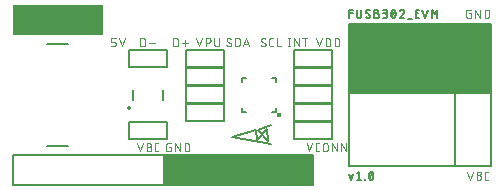
<source format=gbr>
G04 EAGLE Gerber RS-274X export*
G75*
%MOMM*%
%FSLAX34Y34*%
%LPD*%
%INGTO*%
%IPPOS*%
%AMOC8*
5,1,8,0,0,1.08239X$1,22.5*%
G01*
%ADD10C,0.101600*%
%ADD11C,0.127000*%
%ADD12R,12.065000X5.969000*%
%ADD13C,0.203200*%
%ADD14R,12.700000X2.540000*%
%ADD15R,7.620000X2.540000*%
%ADD16C,0.406400*%

G36*
X106046Y-12711D02*
X106046Y-12711D01*
X106047Y-12712D01*
X106457Y-12658D01*
X106459Y-12656D01*
X106460Y-12657D01*
X106843Y-12498D01*
X106844Y-12496D01*
X106846Y-12497D01*
X107175Y-12245D01*
X107175Y-12242D01*
X107177Y-12242D01*
X107429Y-11914D01*
X107429Y-11911D01*
X107431Y-11911D01*
X107589Y-11528D01*
X107589Y-11526D01*
X107590Y-11525D01*
X107644Y-11114D01*
X107643Y-11112D01*
X107644Y-11111D01*
X107590Y-10700D01*
X107589Y-10699D01*
X107589Y-10697D01*
X107431Y-10314D01*
X107429Y-10313D01*
X107429Y-10311D01*
X107177Y-9983D01*
X107175Y-9982D01*
X107175Y-9981D01*
X106846Y-9728D01*
X106844Y-9728D01*
X106843Y-9727D01*
X106460Y-9568D01*
X106458Y-9569D01*
X106457Y-9567D01*
X106047Y-9513D01*
X106045Y-9514D01*
X106043Y-9513D01*
X105633Y-9567D01*
X105631Y-9569D01*
X105630Y-9568D01*
X105247Y-9727D01*
X105246Y-9729D01*
X105244Y-9728D01*
X104915Y-9981D01*
X104915Y-9983D01*
X104913Y-9983D01*
X104661Y-10311D01*
X104661Y-10314D01*
X104659Y-10314D01*
X104501Y-10697D01*
X104501Y-10699D01*
X104500Y-10700D01*
X104446Y-11111D01*
X104447Y-11113D01*
X104446Y-11114D01*
X104500Y-11525D01*
X104501Y-11526D01*
X104501Y-11528D01*
X104659Y-11911D01*
X104661Y-11912D01*
X104661Y-11914D01*
X104913Y-12242D01*
X104915Y-12243D01*
X104915Y-12245D01*
X105244Y-12497D01*
X105246Y-12497D01*
X105247Y-12498D01*
X105630Y-12657D01*
X105632Y-12656D01*
X105633Y-12658D01*
X106043Y-12712D01*
X106044Y-12711D01*
X106045Y-12712D01*
X106046Y-12711D01*
G37*
D10*
X112840Y-40894D02*
X115211Y-48006D01*
X117582Y-40894D01*
X120933Y-44055D02*
X122909Y-44055D01*
X122909Y-44054D02*
X122996Y-44056D01*
X123084Y-44062D01*
X123171Y-44071D01*
X123257Y-44085D01*
X123343Y-44102D01*
X123427Y-44123D01*
X123511Y-44148D01*
X123594Y-44177D01*
X123675Y-44209D01*
X123755Y-44244D01*
X123833Y-44283D01*
X123910Y-44326D01*
X123984Y-44372D01*
X124056Y-44421D01*
X124126Y-44473D01*
X124194Y-44529D01*
X124259Y-44587D01*
X124322Y-44648D01*
X124381Y-44712D01*
X124438Y-44779D01*
X124492Y-44847D01*
X124543Y-44919D01*
X124590Y-44992D01*
X124635Y-45067D01*
X124676Y-45145D01*
X124713Y-45224D01*
X124747Y-45304D01*
X124777Y-45386D01*
X124804Y-45469D01*
X124827Y-45554D01*
X124846Y-45639D01*
X124861Y-45725D01*
X124873Y-45812D01*
X124881Y-45899D01*
X124885Y-45986D01*
X124885Y-46074D01*
X124881Y-46161D01*
X124873Y-46248D01*
X124861Y-46335D01*
X124846Y-46421D01*
X124827Y-46506D01*
X124804Y-46591D01*
X124777Y-46674D01*
X124747Y-46756D01*
X124713Y-46836D01*
X124676Y-46915D01*
X124635Y-46993D01*
X124590Y-47068D01*
X124543Y-47141D01*
X124492Y-47213D01*
X124438Y-47281D01*
X124381Y-47348D01*
X124322Y-47412D01*
X124259Y-47473D01*
X124194Y-47531D01*
X124126Y-47587D01*
X124056Y-47639D01*
X123984Y-47688D01*
X123910Y-47734D01*
X123833Y-47777D01*
X123755Y-47816D01*
X123675Y-47851D01*
X123594Y-47883D01*
X123511Y-47912D01*
X123427Y-47937D01*
X123343Y-47958D01*
X123257Y-47975D01*
X123171Y-47989D01*
X123084Y-47998D01*
X122996Y-48004D01*
X122909Y-48006D01*
X120933Y-48006D01*
X120933Y-40894D01*
X122909Y-40894D01*
X122988Y-40896D01*
X123066Y-40902D01*
X123144Y-40912D01*
X123222Y-40925D01*
X123299Y-40943D01*
X123375Y-40964D01*
X123449Y-40989D01*
X123523Y-41018D01*
X123595Y-41050D01*
X123665Y-41086D01*
X123733Y-41126D01*
X123799Y-41169D01*
X123863Y-41215D01*
X123925Y-41264D01*
X123984Y-41316D01*
X124040Y-41371D01*
X124094Y-41429D01*
X124144Y-41489D01*
X124192Y-41552D01*
X124236Y-41617D01*
X124277Y-41684D01*
X124315Y-41753D01*
X124349Y-41824D01*
X124380Y-41897D01*
X124407Y-41971D01*
X124430Y-42046D01*
X124449Y-42122D01*
X124465Y-42200D01*
X124477Y-42278D01*
X124485Y-42356D01*
X124489Y-42435D01*
X124489Y-42513D01*
X124485Y-42592D01*
X124477Y-42670D01*
X124465Y-42748D01*
X124449Y-42826D01*
X124430Y-42902D01*
X124407Y-42977D01*
X124380Y-43051D01*
X124349Y-43124D01*
X124315Y-43195D01*
X124277Y-43264D01*
X124236Y-43331D01*
X124192Y-43396D01*
X124144Y-43459D01*
X124094Y-43519D01*
X124040Y-43577D01*
X123984Y-43632D01*
X123925Y-43684D01*
X123863Y-43733D01*
X123799Y-43779D01*
X123733Y-43822D01*
X123665Y-43862D01*
X123595Y-43898D01*
X123523Y-43930D01*
X123449Y-43959D01*
X123375Y-43984D01*
X123299Y-44005D01*
X123222Y-44023D01*
X123144Y-44036D01*
X123066Y-44046D01*
X122988Y-44052D01*
X122909Y-44054D01*
X129419Y-48006D02*
X131000Y-48006D01*
X129419Y-48006D02*
X129341Y-48004D01*
X129264Y-47998D01*
X129187Y-47989D01*
X129111Y-47976D01*
X129035Y-47959D01*
X128960Y-47938D01*
X128887Y-47914D01*
X128814Y-47886D01*
X128743Y-47854D01*
X128674Y-47819D01*
X128607Y-47781D01*
X128541Y-47740D01*
X128478Y-47695D01*
X128417Y-47647D01*
X128358Y-47597D01*
X128302Y-47543D01*
X128248Y-47487D01*
X128198Y-47428D01*
X128150Y-47367D01*
X128105Y-47304D01*
X128064Y-47238D01*
X128026Y-47171D01*
X127991Y-47102D01*
X127959Y-47031D01*
X127931Y-46958D01*
X127907Y-46885D01*
X127886Y-46810D01*
X127869Y-46734D01*
X127856Y-46658D01*
X127847Y-46581D01*
X127841Y-46504D01*
X127839Y-46426D01*
X127839Y-42474D01*
X127838Y-42474D02*
X127840Y-42396D01*
X127846Y-42319D01*
X127855Y-42242D01*
X127868Y-42166D01*
X127885Y-42090D01*
X127906Y-42015D01*
X127930Y-41941D01*
X127958Y-41869D01*
X127990Y-41798D01*
X128025Y-41729D01*
X128063Y-41661D01*
X128104Y-41596D01*
X128149Y-41532D01*
X128197Y-41471D01*
X128248Y-41412D01*
X128301Y-41356D01*
X128357Y-41303D01*
X128416Y-41252D01*
X128477Y-41204D01*
X128541Y-41159D01*
X128606Y-41118D01*
X128674Y-41080D01*
X128743Y-41045D01*
X128814Y-41013D01*
X128886Y-40985D01*
X128960Y-40961D01*
X129035Y-40940D01*
X129111Y-40923D01*
X129187Y-40910D01*
X129264Y-40901D01*
X129341Y-40895D01*
X129419Y-40893D01*
X129419Y-40894D02*
X131000Y-40894D01*
X256490Y-40894D02*
X258861Y-48006D01*
X261232Y-40894D01*
X265754Y-48006D02*
X267334Y-48006D01*
X265754Y-48006D02*
X265676Y-48004D01*
X265599Y-47998D01*
X265522Y-47989D01*
X265446Y-47976D01*
X265370Y-47959D01*
X265295Y-47938D01*
X265222Y-47914D01*
X265149Y-47886D01*
X265078Y-47854D01*
X265009Y-47819D01*
X264942Y-47781D01*
X264876Y-47740D01*
X264813Y-47695D01*
X264752Y-47647D01*
X264693Y-47597D01*
X264637Y-47543D01*
X264583Y-47487D01*
X264533Y-47428D01*
X264485Y-47367D01*
X264440Y-47304D01*
X264399Y-47238D01*
X264361Y-47171D01*
X264326Y-47102D01*
X264294Y-47031D01*
X264266Y-46958D01*
X264242Y-46885D01*
X264221Y-46810D01*
X264204Y-46734D01*
X264191Y-46658D01*
X264182Y-46581D01*
X264176Y-46504D01*
X264174Y-46426D01*
X264173Y-46426D02*
X264173Y-42474D01*
X264175Y-42396D01*
X264181Y-42319D01*
X264190Y-42242D01*
X264203Y-42166D01*
X264220Y-42090D01*
X264241Y-42015D01*
X264265Y-41941D01*
X264293Y-41869D01*
X264325Y-41798D01*
X264360Y-41729D01*
X264398Y-41661D01*
X264439Y-41596D01*
X264484Y-41532D01*
X264532Y-41471D01*
X264583Y-41412D01*
X264636Y-41356D01*
X264692Y-41303D01*
X264751Y-41252D01*
X264812Y-41204D01*
X264876Y-41159D01*
X264941Y-41118D01*
X265009Y-41080D01*
X265078Y-41045D01*
X265149Y-41013D01*
X265221Y-40985D01*
X265295Y-40961D01*
X265370Y-40940D01*
X265446Y-40923D01*
X265522Y-40910D01*
X265599Y-40901D01*
X265676Y-40895D01*
X265754Y-40893D01*
X265754Y-40894D02*
X267334Y-40894D01*
X270297Y-42870D02*
X270297Y-46030D01*
X270296Y-42870D02*
X270298Y-42783D01*
X270304Y-42695D01*
X270313Y-42608D01*
X270327Y-42522D01*
X270344Y-42436D01*
X270365Y-42352D01*
X270390Y-42268D01*
X270419Y-42185D01*
X270451Y-42104D01*
X270486Y-42024D01*
X270525Y-41946D01*
X270568Y-41869D01*
X270614Y-41795D01*
X270663Y-41723D01*
X270715Y-41653D01*
X270771Y-41585D01*
X270829Y-41520D01*
X270890Y-41457D01*
X270954Y-41398D01*
X271021Y-41341D01*
X271089Y-41287D01*
X271161Y-41236D01*
X271234Y-41189D01*
X271309Y-41144D01*
X271387Y-41103D01*
X271466Y-41066D01*
X271546Y-41032D01*
X271628Y-41002D01*
X271711Y-40975D01*
X271796Y-40952D01*
X271881Y-40933D01*
X271967Y-40918D01*
X272054Y-40906D01*
X272141Y-40898D01*
X272228Y-40894D01*
X272316Y-40894D01*
X272403Y-40898D01*
X272490Y-40906D01*
X272577Y-40918D01*
X272663Y-40933D01*
X272748Y-40952D01*
X272833Y-40975D01*
X272916Y-41002D01*
X272998Y-41032D01*
X273078Y-41066D01*
X273157Y-41103D01*
X273235Y-41144D01*
X273310Y-41189D01*
X273383Y-41236D01*
X273455Y-41287D01*
X273523Y-41341D01*
X273590Y-41398D01*
X273654Y-41457D01*
X273715Y-41520D01*
X273773Y-41585D01*
X273829Y-41653D01*
X273881Y-41723D01*
X273930Y-41795D01*
X273976Y-41869D01*
X274019Y-41946D01*
X274058Y-42024D01*
X274093Y-42104D01*
X274125Y-42185D01*
X274154Y-42268D01*
X274179Y-42352D01*
X274200Y-42436D01*
X274217Y-42522D01*
X274231Y-42608D01*
X274240Y-42695D01*
X274246Y-42783D01*
X274248Y-42870D01*
X274248Y-46030D01*
X274246Y-46117D01*
X274240Y-46205D01*
X274231Y-46292D01*
X274217Y-46378D01*
X274200Y-46464D01*
X274179Y-46548D01*
X274154Y-46632D01*
X274125Y-46715D01*
X274093Y-46796D01*
X274058Y-46876D01*
X274019Y-46954D01*
X273976Y-47031D01*
X273930Y-47105D01*
X273881Y-47177D01*
X273829Y-47247D01*
X273773Y-47315D01*
X273715Y-47380D01*
X273654Y-47443D01*
X273590Y-47502D01*
X273523Y-47559D01*
X273455Y-47613D01*
X273383Y-47664D01*
X273310Y-47711D01*
X273235Y-47756D01*
X273157Y-47797D01*
X273078Y-47834D01*
X272998Y-47868D01*
X272916Y-47898D01*
X272833Y-47925D01*
X272748Y-47948D01*
X272663Y-47967D01*
X272577Y-47982D01*
X272490Y-47994D01*
X272403Y-48002D01*
X272316Y-48006D01*
X272228Y-48006D01*
X272141Y-48002D01*
X272054Y-47994D01*
X271967Y-47982D01*
X271881Y-47967D01*
X271796Y-47948D01*
X271711Y-47925D01*
X271628Y-47898D01*
X271546Y-47868D01*
X271466Y-47834D01*
X271387Y-47797D01*
X271309Y-47756D01*
X271234Y-47711D01*
X271161Y-47664D01*
X271089Y-47613D01*
X271021Y-47559D01*
X270954Y-47502D01*
X270890Y-47443D01*
X270829Y-47380D01*
X270771Y-47315D01*
X270715Y-47247D01*
X270663Y-47177D01*
X270614Y-47105D01*
X270568Y-47031D01*
X270525Y-46954D01*
X270486Y-46876D01*
X270451Y-46796D01*
X270419Y-46715D01*
X270390Y-46632D01*
X270365Y-46548D01*
X270344Y-46464D01*
X270327Y-46378D01*
X270313Y-46292D01*
X270304Y-46205D01*
X270298Y-46117D01*
X270296Y-46030D01*
X277856Y-48006D02*
X277856Y-40894D01*
X281807Y-48006D01*
X281807Y-40894D01*
X285659Y-40894D02*
X285659Y-48006D01*
X289610Y-48006D02*
X285659Y-40894D01*
X289610Y-40894D02*
X289610Y-48006D01*
X141493Y-44055D02*
X140307Y-44055D01*
X141493Y-44055D02*
X141493Y-48006D01*
X139122Y-48006D01*
X139044Y-48004D01*
X138967Y-47998D01*
X138890Y-47989D01*
X138814Y-47976D01*
X138738Y-47959D01*
X138663Y-47938D01*
X138590Y-47914D01*
X138517Y-47886D01*
X138446Y-47854D01*
X138377Y-47819D01*
X138310Y-47781D01*
X138244Y-47740D01*
X138181Y-47695D01*
X138120Y-47647D01*
X138061Y-47597D01*
X138005Y-47543D01*
X137951Y-47487D01*
X137901Y-47428D01*
X137853Y-47367D01*
X137808Y-47304D01*
X137767Y-47238D01*
X137729Y-47171D01*
X137694Y-47102D01*
X137662Y-47031D01*
X137634Y-46958D01*
X137610Y-46885D01*
X137589Y-46810D01*
X137572Y-46734D01*
X137559Y-46658D01*
X137550Y-46581D01*
X137544Y-46504D01*
X137542Y-46426D01*
X137542Y-42474D01*
X137541Y-42474D02*
X137543Y-42396D01*
X137549Y-42319D01*
X137558Y-42242D01*
X137571Y-42166D01*
X137588Y-42090D01*
X137609Y-42015D01*
X137633Y-41941D01*
X137661Y-41869D01*
X137693Y-41798D01*
X137728Y-41729D01*
X137766Y-41661D01*
X137807Y-41596D01*
X137852Y-41532D01*
X137900Y-41471D01*
X137951Y-41412D01*
X138004Y-41356D01*
X138060Y-41303D01*
X138119Y-41252D01*
X138180Y-41204D01*
X138244Y-41159D01*
X138309Y-41118D01*
X138377Y-41080D01*
X138446Y-41045D01*
X138517Y-41013D01*
X138589Y-40985D01*
X138663Y-40961D01*
X138738Y-40940D01*
X138814Y-40923D01*
X138890Y-40910D01*
X138967Y-40901D01*
X139044Y-40895D01*
X139122Y-40893D01*
X139122Y-40894D02*
X141493Y-40894D01*
X145344Y-40894D02*
X145344Y-48006D01*
X149296Y-48006D02*
X145344Y-40894D01*
X149296Y-40894D02*
X149296Y-48006D01*
X153147Y-48006D02*
X153147Y-40894D01*
X155123Y-40894D01*
X155209Y-40896D01*
X155295Y-40902D01*
X155381Y-40911D01*
X155466Y-40924D01*
X155551Y-40941D01*
X155634Y-40961D01*
X155717Y-40985D01*
X155799Y-41013D01*
X155879Y-41044D01*
X155958Y-41079D01*
X156035Y-41117D01*
X156111Y-41159D01*
X156185Y-41203D01*
X156256Y-41251D01*
X156326Y-41302D01*
X156393Y-41356D01*
X156458Y-41413D01*
X156520Y-41473D01*
X156580Y-41535D01*
X156637Y-41600D01*
X156691Y-41667D01*
X156742Y-41737D01*
X156790Y-41808D01*
X156834Y-41882D01*
X156876Y-41958D01*
X156914Y-42035D01*
X156949Y-42114D01*
X156980Y-42194D01*
X157008Y-42276D01*
X157032Y-42359D01*
X157052Y-42442D01*
X157069Y-42527D01*
X157082Y-42612D01*
X157091Y-42698D01*
X157097Y-42784D01*
X157099Y-42870D01*
X157098Y-42870D02*
X157098Y-46030D01*
X157099Y-46030D02*
X157097Y-46116D01*
X157091Y-46202D01*
X157082Y-46288D01*
X157069Y-46373D01*
X157052Y-46458D01*
X157032Y-46541D01*
X157008Y-46624D01*
X156980Y-46706D01*
X156949Y-46786D01*
X156914Y-46865D01*
X156876Y-46942D01*
X156834Y-47018D01*
X156790Y-47092D01*
X156742Y-47163D01*
X156691Y-47233D01*
X156637Y-47300D01*
X156580Y-47365D01*
X156520Y-47427D01*
X156458Y-47487D01*
X156393Y-47544D01*
X156326Y-47598D01*
X156256Y-47649D01*
X156185Y-47697D01*
X156111Y-47741D01*
X156035Y-47783D01*
X155958Y-47821D01*
X155879Y-47856D01*
X155799Y-47887D01*
X155717Y-47915D01*
X155634Y-47939D01*
X155551Y-47959D01*
X155466Y-47976D01*
X155381Y-47989D01*
X155295Y-47998D01*
X155209Y-48004D01*
X155123Y-48006D01*
X153147Y-48006D01*
X266837Y40894D02*
X264466Y48006D01*
X269207Y48006D02*
X266837Y40894D01*
X272420Y40894D02*
X272420Y48006D01*
X274396Y48006D01*
X274482Y48004D01*
X274568Y47998D01*
X274654Y47989D01*
X274739Y47976D01*
X274824Y47959D01*
X274907Y47939D01*
X274990Y47915D01*
X275072Y47887D01*
X275152Y47856D01*
X275231Y47821D01*
X275308Y47783D01*
X275384Y47741D01*
X275458Y47697D01*
X275529Y47649D01*
X275599Y47598D01*
X275666Y47544D01*
X275731Y47487D01*
X275793Y47427D01*
X275853Y47365D01*
X275910Y47300D01*
X275964Y47233D01*
X276015Y47163D01*
X276063Y47092D01*
X276107Y47018D01*
X276149Y46942D01*
X276187Y46865D01*
X276222Y46786D01*
X276253Y46706D01*
X276281Y46624D01*
X276305Y46541D01*
X276325Y46458D01*
X276342Y46373D01*
X276355Y46288D01*
X276364Y46202D01*
X276370Y46116D01*
X276372Y46030D01*
X276371Y46030D02*
X276371Y42870D01*
X276372Y42870D02*
X276370Y42784D01*
X276364Y42698D01*
X276355Y42612D01*
X276342Y42527D01*
X276325Y42442D01*
X276305Y42359D01*
X276281Y42276D01*
X276253Y42194D01*
X276222Y42114D01*
X276187Y42035D01*
X276149Y41958D01*
X276107Y41882D01*
X276063Y41808D01*
X276015Y41737D01*
X275964Y41667D01*
X275910Y41600D01*
X275853Y41535D01*
X275793Y41473D01*
X275731Y41413D01*
X275666Y41356D01*
X275599Y41302D01*
X275529Y41251D01*
X275458Y41203D01*
X275384Y41159D01*
X275308Y41117D01*
X275231Y41079D01*
X275152Y41044D01*
X275072Y41013D01*
X274990Y40985D01*
X274907Y40961D01*
X274824Y40941D01*
X274739Y40924D01*
X274654Y40911D01*
X274568Y40902D01*
X274482Y40896D01*
X274396Y40894D01*
X272420Y40894D01*
X280223Y40894D02*
X280223Y48006D01*
X282198Y48006D01*
X282284Y48004D01*
X282370Y47998D01*
X282456Y47989D01*
X282541Y47976D01*
X282626Y47959D01*
X282709Y47939D01*
X282792Y47915D01*
X282874Y47887D01*
X282954Y47856D01*
X283033Y47821D01*
X283110Y47783D01*
X283186Y47741D01*
X283260Y47697D01*
X283331Y47649D01*
X283401Y47598D01*
X283468Y47544D01*
X283533Y47487D01*
X283595Y47427D01*
X283655Y47365D01*
X283712Y47300D01*
X283766Y47233D01*
X283817Y47163D01*
X283865Y47092D01*
X283909Y47018D01*
X283951Y46942D01*
X283989Y46865D01*
X284024Y46786D01*
X284055Y46706D01*
X284083Y46624D01*
X284107Y46541D01*
X284127Y46458D01*
X284144Y46373D01*
X284157Y46288D01*
X284166Y46202D01*
X284172Y46116D01*
X284174Y46030D01*
X284174Y42870D01*
X284175Y42870D02*
X284173Y42784D01*
X284167Y42698D01*
X284158Y42612D01*
X284145Y42527D01*
X284128Y42442D01*
X284108Y42359D01*
X284084Y42276D01*
X284056Y42194D01*
X284025Y42114D01*
X283990Y42035D01*
X283952Y41958D01*
X283910Y41882D01*
X283866Y41808D01*
X283818Y41737D01*
X283767Y41667D01*
X283713Y41600D01*
X283656Y41535D01*
X283596Y41473D01*
X283534Y41413D01*
X283469Y41356D01*
X283402Y41302D01*
X283332Y41251D01*
X283261Y41203D01*
X283187Y41159D01*
X283111Y41117D01*
X283034Y41079D01*
X282955Y41044D01*
X282875Y41013D01*
X282793Y40985D01*
X282710Y40961D01*
X282627Y40941D01*
X282542Y40924D01*
X282457Y40911D01*
X282371Y40902D01*
X282285Y40896D01*
X282199Y40894D01*
X282198Y40894D02*
X280223Y40894D01*
X241744Y40894D02*
X241744Y48006D01*
X240953Y40894D02*
X242534Y40894D01*
X242534Y48006D02*
X240953Y48006D01*
X245864Y48006D02*
X245864Y40894D01*
X249815Y40894D02*
X245864Y48006D01*
X249815Y48006D02*
X249815Y40894D01*
X254911Y40894D02*
X254911Y48006D01*
X252935Y48006D02*
X256887Y48006D01*
X221715Y42474D02*
X221713Y42396D01*
X221707Y42319D01*
X221698Y42242D01*
X221685Y42166D01*
X221668Y42090D01*
X221647Y42015D01*
X221623Y41942D01*
X221595Y41869D01*
X221563Y41798D01*
X221528Y41729D01*
X221490Y41662D01*
X221449Y41596D01*
X221404Y41533D01*
X221356Y41472D01*
X221306Y41413D01*
X221252Y41357D01*
X221196Y41303D01*
X221137Y41253D01*
X221076Y41205D01*
X221013Y41160D01*
X220947Y41119D01*
X220880Y41081D01*
X220811Y41046D01*
X220740Y41014D01*
X220667Y40986D01*
X220594Y40962D01*
X220519Y40941D01*
X220443Y40924D01*
X220367Y40911D01*
X220290Y40902D01*
X220213Y40896D01*
X220135Y40894D01*
X220020Y40896D01*
X219906Y40902D01*
X219792Y40912D01*
X219678Y40925D01*
X219565Y40943D01*
X219452Y40965D01*
X219340Y40990D01*
X219230Y41019D01*
X219120Y41052D01*
X219011Y41089D01*
X218904Y41129D01*
X218798Y41173D01*
X218694Y41221D01*
X218591Y41272D01*
X218491Y41327D01*
X218392Y41385D01*
X218295Y41447D01*
X218201Y41511D01*
X218108Y41579D01*
X218018Y41651D01*
X217931Y41725D01*
X217846Y41802D01*
X217764Y41882D01*
X217963Y46426D02*
X217965Y46504D01*
X217971Y46581D01*
X217980Y46658D01*
X217993Y46734D01*
X218010Y46810D01*
X218031Y46885D01*
X218055Y46958D01*
X218083Y47031D01*
X218115Y47102D01*
X218150Y47171D01*
X218188Y47238D01*
X218229Y47304D01*
X218274Y47367D01*
X218322Y47428D01*
X218372Y47487D01*
X218426Y47543D01*
X218482Y47597D01*
X218541Y47647D01*
X218602Y47695D01*
X218665Y47740D01*
X218731Y47781D01*
X218798Y47819D01*
X218867Y47854D01*
X218938Y47886D01*
X219011Y47914D01*
X219084Y47938D01*
X219159Y47959D01*
X219235Y47976D01*
X219311Y47989D01*
X219388Y47998D01*
X219466Y48004D01*
X219543Y48006D01*
X219649Y48004D01*
X219755Y47998D01*
X219860Y47989D01*
X219965Y47976D01*
X220070Y47959D01*
X220174Y47938D01*
X220277Y47914D01*
X220379Y47886D01*
X220480Y47854D01*
X220580Y47819D01*
X220678Y47780D01*
X220776Y47737D01*
X220871Y47692D01*
X220965Y47643D01*
X221057Y47590D01*
X221147Y47534D01*
X221235Y47475D01*
X221321Y47413D01*
X218752Y45043D02*
X218685Y45085D01*
X218620Y45130D01*
X218557Y45179D01*
X218496Y45230D01*
X218439Y45285D01*
X218384Y45342D01*
X218331Y45402D01*
X218282Y45464D01*
X218236Y45529D01*
X218194Y45595D01*
X218154Y45664D01*
X218118Y45735D01*
X218086Y45808D01*
X218057Y45882D01*
X218032Y45957D01*
X218011Y46033D01*
X217993Y46111D01*
X217980Y46189D01*
X217970Y46268D01*
X217964Y46347D01*
X217962Y46426D01*
X220926Y43857D02*
X220993Y43815D01*
X221058Y43770D01*
X221121Y43721D01*
X221182Y43670D01*
X221239Y43615D01*
X221294Y43558D01*
X221347Y43498D01*
X221396Y43436D01*
X221442Y43371D01*
X221484Y43305D01*
X221524Y43236D01*
X221560Y43165D01*
X221592Y43092D01*
X221621Y43018D01*
X221646Y42943D01*
X221667Y42867D01*
X221685Y42789D01*
X221698Y42711D01*
X221708Y42632D01*
X221714Y42553D01*
X221716Y42474D01*
X220926Y43857D02*
X218752Y45043D01*
X226389Y40894D02*
X227970Y40894D01*
X226389Y40894D02*
X226311Y40896D01*
X226234Y40902D01*
X226157Y40911D01*
X226081Y40924D01*
X226005Y40941D01*
X225930Y40962D01*
X225857Y40986D01*
X225784Y41014D01*
X225713Y41046D01*
X225644Y41081D01*
X225577Y41119D01*
X225511Y41160D01*
X225448Y41205D01*
X225387Y41253D01*
X225328Y41303D01*
X225272Y41357D01*
X225218Y41413D01*
X225168Y41472D01*
X225120Y41533D01*
X225075Y41596D01*
X225034Y41662D01*
X224996Y41729D01*
X224961Y41798D01*
X224929Y41869D01*
X224901Y41942D01*
X224877Y42015D01*
X224856Y42090D01*
X224839Y42166D01*
X224826Y42242D01*
X224817Y42319D01*
X224811Y42396D01*
X224809Y42474D01*
X224809Y46426D01*
X224811Y46504D01*
X224817Y46581D01*
X224826Y46658D01*
X224839Y46734D01*
X224856Y46810D01*
X224877Y46885D01*
X224901Y46958D01*
X224929Y47031D01*
X224961Y47102D01*
X224996Y47171D01*
X225034Y47238D01*
X225075Y47304D01*
X225120Y47367D01*
X225168Y47428D01*
X225218Y47487D01*
X225272Y47543D01*
X225328Y47597D01*
X225387Y47647D01*
X225448Y47695D01*
X225511Y47740D01*
X225577Y47781D01*
X225644Y47819D01*
X225713Y47854D01*
X225784Y47886D01*
X225857Y47914D01*
X225930Y47938D01*
X226005Y47959D01*
X226081Y47976D01*
X226157Y47989D01*
X226234Y47998D01*
X226311Y48004D01*
X226389Y48006D01*
X227970Y48006D01*
X231194Y48006D02*
X231194Y40894D01*
X234355Y40894D01*
X192460Y42474D02*
X192458Y42396D01*
X192452Y42319D01*
X192443Y42242D01*
X192430Y42166D01*
X192413Y42090D01*
X192392Y42015D01*
X192368Y41942D01*
X192340Y41869D01*
X192308Y41798D01*
X192273Y41729D01*
X192235Y41662D01*
X192194Y41596D01*
X192149Y41533D01*
X192101Y41472D01*
X192051Y41413D01*
X191997Y41357D01*
X191941Y41303D01*
X191882Y41253D01*
X191821Y41205D01*
X191758Y41160D01*
X191692Y41119D01*
X191625Y41081D01*
X191556Y41046D01*
X191485Y41014D01*
X191412Y40986D01*
X191339Y40962D01*
X191264Y40941D01*
X191188Y40924D01*
X191112Y40911D01*
X191035Y40902D01*
X190958Y40896D01*
X190880Y40894D01*
X190765Y40896D01*
X190651Y40902D01*
X190537Y40912D01*
X190423Y40925D01*
X190310Y40943D01*
X190197Y40965D01*
X190085Y40990D01*
X189975Y41019D01*
X189865Y41052D01*
X189756Y41089D01*
X189649Y41129D01*
X189543Y41173D01*
X189439Y41221D01*
X189336Y41272D01*
X189236Y41327D01*
X189137Y41385D01*
X189040Y41447D01*
X188946Y41511D01*
X188853Y41579D01*
X188763Y41651D01*
X188676Y41725D01*
X188591Y41802D01*
X188509Y41882D01*
X188708Y46426D02*
X188710Y46504D01*
X188716Y46581D01*
X188725Y46658D01*
X188738Y46734D01*
X188755Y46810D01*
X188776Y46885D01*
X188800Y46958D01*
X188828Y47031D01*
X188860Y47102D01*
X188895Y47171D01*
X188933Y47238D01*
X188974Y47304D01*
X189019Y47367D01*
X189067Y47428D01*
X189117Y47487D01*
X189171Y47543D01*
X189227Y47597D01*
X189286Y47647D01*
X189347Y47695D01*
X189410Y47740D01*
X189476Y47781D01*
X189543Y47819D01*
X189612Y47854D01*
X189683Y47886D01*
X189756Y47914D01*
X189829Y47938D01*
X189904Y47959D01*
X189980Y47976D01*
X190056Y47989D01*
X190133Y47998D01*
X190211Y48004D01*
X190288Y48006D01*
X190394Y48004D01*
X190500Y47998D01*
X190605Y47989D01*
X190710Y47976D01*
X190815Y47959D01*
X190919Y47938D01*
X191022Y47914D01*
X191124Y47886D01*
X191225Y47854D01*
X191325Y47819D01*
X191423Y47780D01*
X191521Y47737D01*
X191616Y47692D01*
X191710Y47643D01*
X191802Y47590D01*
X191892Y47534D01*
X191980Y47475D01*
X192066Y47413D01*
X189497Y45043D02*
X189430Y45085D01*
X189365Y45130D01*
X189302Y45179D01*
X189241Y45230D01*
X189184Y45285D01*
X189129Y45342D01*
X189076Y45402D01*
X189027Y45464D01*
X188981Y45529D01*
X188939Y45595D01*
X188899Y45664D01*
X188863Y45735D01*
X188831Y45808D01*
X188802Y45882D01*
X188777Y45957D01*
X188756Y46033D01*
X188738Y46111D01*
X188725Y46189D01*
X188715Y46268D01*
X188709Y46347D01*
X188707Y46426D01*
X191671Y43857D02*
X191738Y43815D01*
X191803Y43770D01*
X191866Y43721D01*
X191927Y43670D01*
X191984Y43615D01*
X192039Y43558D01*
X192092Y43498D01*
X192141Y43436D01*
X192187Y43371D01*
X192229Y43305D01*
X192269Y43236D01*
X192305Y43165D01*
X192337Y43092D01*
X192366Y43018D01*
X192391Y42943D01*
X192412Y42867D01*
X192430Y42789D01*
X192443Y42711D01*
X192453Y42632D01*
X192459Y42553D01*
X192461Y42474D01*
X191671Y43857D02*
X189498Y45043D01*
X195825Y48006D02*
X195825Y40894D01*
X195825Y48006D02*
X197801Y48006D01*
X197887Y48004D01*
X197973Y47998D01*
X198059Y47989D01*
X198144Y47976D01*
X198229Y47959D01*
X198312Y47939D01*
X198395Y47915D01*
X198477Y47887D01*
X198557Y47856D01*
X198636Y47821D01*
X198713Y47783D01*
X198789Y47741D01*
X198863Y47697D01*
X198934Y47649D01*
X199004Y47598D01*
X199071Y47544D01*
X199136Y47487D01*
X199198Y47427D01*
X199258Y47365D01*
X199315Y47300D01*
X199369Y47233D01*
X199420Y47163D01*
X199468Y47092D01*
X199512Y47018D01*
X199554Y46942D01*
X199592Y46865D01*
X199627Y46786D01*
X199658Y46706D01*
X199686Y46624D01*
X199710Y46541D01*
X199730Y46458D01*
X199747Y46373D01*
X199760Y46288D01*
X199769Y46202D01*
X199775Y46116D01*
X199777Y46030D01*
X199776Y46030D02*
X199776Y42870D01*
X199777Y42870D02*
X199775Y42784D01*
X199769Y42698D01*
X199760Y42612D01*
X199747Y42527D01*
X199730Y42442D01*
X199710Y42359D01*
X199686Y42276D01*
X199658Y42194D01*
X199627Y42114D01*
X199592Y42035D01*
X199554Y41958D01*
X199512Y41882D01*
X199468Y41808D01*
X199420Y41737D01*
X199369Y41667D01*
X199315Y41600D01*
X199258Y41535D01*
X199198Y41473D01*
X199136Y41413D01*
X199071Y41356D01*
X199004Y41302D01*
X198934Y41251D01*
X198863Y41203D01*
X198789Y41159D01*
X198713Y41117D01*
X198636Y41079D01*
X198557Y41044D01*
X198477Y41013D01*
X198395Y40985D01*
X198312Y40961D01*
X198229Y40941D01*
X198144Y40924D01*
X198059Y40911D01*
X197973Y40902D01*
X197887Y40896D01*
X197801Y40894D01*
X195825Y40894D01*
X202989Y40894D02*
X205360Y48006D01*
X207730Y40894D01*
X207138Y42672D02*
X203582Y42672D01*
X165480Y40894D02*
X163110Y48006D01*
X167851Y48006D02*
X165480Y40894D01*
X171203Y40894D02*
X171203Y48006D01*
X173178Y48006D01*
X173265Y48004D01*
X173353Y47998D01*
X173440Y47989D01*
X173526Y47975D01*
X173612Y47958D01*
X173696Y47937D01*
X173780Y47912D01*
X173863Y47883D01*
X173944Y47851D01*
X174024Y47816D01*
X174102Y47777D01*
X174179Y47734D01*
X174253Y47688D01*
X174325Y47639D01*
X174395Y47587D01*
X174463Y47531D01*
X174528Y47473D01*
X174591Y47412D01*
X174650Y47348D01*
X174707Y47281D01*
X174761Y47213D01*
X174812Y47141D01*
X174859Y47068D01*
X174904Y46993D01*
X174945Y46915D01*
X174982Y46836D01*
X175016Y46756D01*
X175046Y46674D01*
X175073Y46591D01*
X175096Y46506D01*
X175115Y46421D01*
X175130Y46335D01*
X175142Y46248D01*
X175150Y46161D01*
X175154Y46074D01*
X175154Y45986D01*
X175150Y45899D01*
X175142Y45812D01*
X175130Y45725D01*
X175115Y45639D01*
X175096Y45554D01*
X175073Y45469D01*
X175046Y45386D01*
X175016Y45304D01*
X174982Y45224D01*
X174945Y45145D01*
X174904Y45067D01*
X174859Y44992D01*
X174812Y44919D01*
X174761Y44847D01*
X174707Y44779D01*
X174650Y44712D01*
X174591Y44648D01*
X174528Y44587D01*
X174463Y44529D01*
X174395Y44473D01*
X174325Y44421D01*
X174253Y44372D01*
X174179Y44326D01*
X174102Y44283D01*
X174024Y44244D01*
X173944Y44209D01*
X173863Y44177D01*
X173780Y44148D01*
X173696Y44123D01*
X173612Y44102D01*
X173526Y44085D01*
X173440Y44071D01*
X173353Y44062D01*
X173265Y44056D01*
X173178Y44054D01*
X173178Y44055D02*
X171203Y44055D01*
X178379Y42870D02*
X178379Y48006D01*
X178379Y42870D02*
X178381Y42783D01*
X178387Y42695D01*
X178396Y42608D01*
X178410Y42522D01*
X178427Y42436D01*
X178448Y42352D01*
X178473Y42268D01*
X178502Y42185D01*
X178534Y42104D01*
X178569Y42024D01*
X178608Y41946D01*
X178651Y41869D01*
X178697Y41795D01*
X178746Y41723D01*
X178798Y41653D01*
X178854Y41585D01*
X178912Y41520D01*
X178973Y41457D01*
X179037Y41398D01*
X179104Y41341D01*
X179172Y41287D01*
X179244Y41236D01*
X179317Y41189D01*
X179392Y41144D01*
X179470Y41103D01*
X179549Y41066D01*
X179629Y41032D01*
X179711Y41002D01*
X179794Y40975D01*
X179879Y40952D01*
X179964Y40933D01*
X180050Y40918D01*
X180137Y40906D01*
X180224Y40898D01*
X180311Y40894D01*
X180399Y40894D01*
X180486Y40898D01*
X180573Y40906D01*
X180660Y40918D01*
X180746Y40933D01*
X180831Y40952D01*
X180916Y40975D01*
X180999Y41002D01*
X181081Y41032D01*
X181161Y41066D01*
X181240Y41103D01*
X181318Y41144D01*
X181393Y41189D01*
X181466Y41236D01*
X181538Y41287D01*
X181606Y41341D01*
X181673Y41398D01*
X181737Y41457D01*
X181798Y41520D01*
X181856Y41585D01*
X181912Y41653D01*
X181964Y41723D01*
X182013Y41795D01*
X182059Y41869D01*
X182102Y41946D01*
X182141Y42024D01*
X182176Y42104D01*
X182208Y42185D01*
X182237Y42268D01*
X182262Y42352D01*
X182283Y42436D01*
X182300Y42522D01*
X182314Y42608D01*
X182323Y42695D01*
X182329Y42783D01*
X182331Y42870D01*
X182330Y42870D02*
X182330Y48006D01*
X93060Y40894D02*
X90689Y40894D01*
X93060Y40894D02*
X93138Y40896D01*
X93215Y40902D01*
X93292Y40911D01*
X93368Y40924D01*
X93444Y40941D01*
X93519Y40962D01*
X93592Y40986D01*
X93665Y41014D01*
X93736Y41046D01*
X93805Y41081D01*
X93872Y41119D01*
X93938Y41160D01*
X94001Y41205D01*
X94062Y41253D01*
X94121Y41303D01*
X94177Y41357D01*
X94231Y41413D01*
X94281Y41472D01*
X94329Y41533D01*
X94374Y41596D01*
X94415Y41662D01*
X94453Y41729D01*
X94488Y41798D01*
X94520Y41869D01*
X94548Y41942D01*
X94572Y42015D01*
X94593Y42090D01*
X94610Y42166D01*
X94623Y42242D01*
X94632Y42319D01*
X94638Y42396D01*
X94640Y42474D01*
X94640Y43265D01*
X94638Y43343D01*
X94632Y43420D01*
X94623Y43497D01*
X94610Y43573D01*
X94593Y43649D01*
X94572Y43724D01*
X94548Y43797D01*
X94520Y43870D01*
X94488Y43941D01*
X94453Y44010D01*
X94415Y44077D01*
X94374Y44143D01*
X94329Y44206D01*
X94281Y44267D01*
X94231Y44326D01*
X94177Y44382D01*
X94121Y44436D01*
X94062Y44486D01*
X94001Y44534D01*
X93938Y44579D01*
X93872Y44620D01*
X93805Y44658D01*
X93736Y44693D01*
X93665Y44725D01*
X93592Y44753D01*
X93519Y44777D01*
X93444Y44798D01*
X93368Y44815D01*
X93292Y44828D01*
X93215Y44837D01*
X93138Y44843D01*
X93060Y44845D01*
X90689Y44845D01*
X90689Y48006D01*
X94640Y48006D01*
X97609Y48006D02*
X99980Y40894D01*
X102351Y48006D01*
D11*
X292735Y65151D02*
X292735Y72009D01*
X295783Y72009D01*
X295783Y68961D02*
X292735Y68961D01*
X299054Y67056D02*
X299054Y72009D01*
X299054Y67056D02*
X299056Y66971D01*
X299062Y66885D01*
X299071Y66800D01*
X299085Y66716D01*
X299102Y66632D01*
X299123Y66549D01*
X299147Y66467D01*
X299175Y66387D01*
X299207Y66307D01*
X299243Y66229D01*
X299281Y66153D01*
X299324Y66079D01*
X299369Y66007D01*
X299418Y65936D01*
X299470Y65868D01*
X299524Y65803D01*
X299582Y65740D01*
X299643Y65679D01*
X299706Y65621D01*
X299771Y65567D01*
X299839Y65515D01*
X299910Y65466D01*
X299982Y65421D01*
X300056Y65378D01*
X300132Y65340D01*
X300210Y65304D01*
X300290Y65272D01*
X300370Y65244D01*
X300452Y65220D01*
X300535Y65199D01*
X300619Y65182D01*
X300703Y65168D01*
X300788Y65159D01*
X300874Y65153D01*
X300959Y65151D01*
X301044Y65153D01*
X301130Y65159D01*
X301215Y65168D01*
X301299Y65182D01*
X301383Y65199D01*
X301466Y65220D01*
X301548Y65244D01*
X301628Y65272D01*
X301708Y65304D01*
X301786Y65340D01*
X301862Y65378D01*
X301936Y65421D01*
X302008Y65466D01*
X302079Y65515D01*
X302147Y65567D01*
X302212Y65621D01*
X302275Y65679D01*
X302336Y65740D01*
X302394Y65803D01*
X302448Y65868D01*
X302500Y65936D01*
X302549Y66007D01*
X302594Y66079D01*
X302637Y66153D01*
X302675Y66229D01*
X302711Y66307D01*
X302743Y66387D01*
X302771Y66467D01*
X302795Y66549D01*
X302816Y66632D01*
X302833Y66716D01*
X302847Y66800D01*
X302856Y66885D01*
X302862Y66971D01*
X302864Y67056D01*
X302864Y72009D01*
X308655Y65151D02*
X308732Y65153D01*
X308809Y65159D01*
X308886Y65169D01*
X308962Y65182D01*
X309037Y65200D01*
X309111Y65221D01*
X309184Y65246D01*
X309256Y65275D01*
X309326Y65307D01*
X309395Y65342D01*
X309461Y65382D01*
X309526Y65424D01*
X309588Y65470D01*
X309648Y65519D01*
X309705Y65570D01*
X309760Y65625D01*
X309811Y65682D01*
X309860Y65742D01*
X309906Y65804D01*
X309948Y65869D01*
X309988Y65935D01*
X310023Y66004D01*
X310055Y66074D01*
X310084Y66146D01*
X310109Y66219D01*
X310130Y66293D01*
X310148Y66368D01*
X310161Y66444D01*
X310171Y66521D01*
X310177Y66598D01*
X310179Y66675D01*
X308655Y65151D02*
X308545Y65153D01*
X308434Y65159D01*
X308324Y65168D01*
X308214Y65181D01*
X308105Y65198D01*
X307997Y65219D01*
X307889Y65243D01*
X307782Y65272D01*
X307676Y65303D01*
X307572Y65339D01*
X307468Y65378D01*
X307366Y65420D01*
X307266Y65466D01*
X307167Y65516D01*
X307070Y65568D01*
X306974Y65625D01*
X306881Y65684D01*
X306790Y65746D01*
X306701Y65812D01*
X306614Y65880D01*
X306530Y65952D01*
X306448Y66026D01*
X306369Y66103D01*
X306559Y70485D02*
X306561Y70562D01*
X306567Y70639D01*
X306577Y70716D01*
X306590Y70792D01*
X306608Y70867D01*
X306629Y70941D01*
X306654Y71014D01*
X306683Y71086D01*
X306715Y71156D01*
X306750Y71225D01*
X306790Y71291D01*
X306832Y71356D01*
X306878Y71418D01*
X306927Y71478D01*
X306978Y71535D01*
X307033Y71590D01*
X307090Y71641D01*
X307150Y71690D01*
X307212Y71736D01*
X307277Y71778D01*
X307343Y71818D01*
X307412Y71853D01*
X307482Y71885D01*
X307554Y71914D01*
X307627Y71939D01*
X307701Y71960D01*
X307776Y71978D01*
X307852Y71991D01*
X307929Y72001D01*
X308006Y72007D01*
X308083Y72009D01*
X308083Y72010D02*
X308185Y72008D01*
X308287Y72003D01*
X308389Y71994D01*
X308490Y71981D01*
X308591Y71964D01*
X308691Y71945D01*
X308791Y71921D01*
X308889Y71894D01*
X308987Y71863D01*
X309083Y71829D01*
X309178Y71792D01*
X309272Y71751D01*
X309364Y71707D01*
X309454Y71659D01*
X309543Y71609D01*
X309630Y71555D01*
X309715Y71498D01*
X309798Y71438D01*
X307321Y69151D02*
X307256Y69192D01*
X307193Y69235D01*
X307133Y69282D01*
X307074Y69332D01*
X307019Y69384D01*
X306966Y69439D01*
X306915Y69497D01*
X306868Y69557D01*
X306824Y69620D01*
X306782Y69684D01*
X306744Y69750D01*
X306710Y69819D01*
X306679Y69889D01*
X306651Y69960D01*
X306627Y70032D01*
X306606Y70106D01*
X306589Y70181D01*
X306576Y70256D01*
X306567Y70332D01*
X306561Y70408D01*
X306559Y70485D01*
X309417Y68009D02*
X309482Y67968D01*
X309545Y67925D01*
X309605Y67878D01*
X309664Y67828D01*
X309719Y67776D01*
X309772Y67721D01*
X309823Y67663D01*
X309870Y67603D01*
X309914Y67540D01*
X309956Y67476D01*
X309994Y67410D01*
X310028Y67341D01*
X310059Y67271D01*
X310087Y67200D01*
X310111Y67128D01*
X310132Y67054D01*
X310149Y66979D01*
X310162Y66904D01*
X310171Y66828D01*
X310177Y66752D01*
X310179Y66675D01*
X309417Y68009D02*
X307321Y69152D01*
X313844Y68961D02*
X315749Y68961D01*
X315834Y68959D01*
X315920Y68953D01*
X316005Y68944D01*
X316089Y68930D01*
X316173Y68913D01*
X316256Y68892D01*
X316338Y68868D01*
X316418Y68840D01*
X316498Y68808D01*
X316576Y68772D01*
X316652Y68734D01*
X316726Y68691D01*
X316798Y68646D01*
X316869Y68597D01*
X316937Y68545D01*
X317002Y68491D01*
X317065Y68433D01*
X317126Y68372D01*
X317184Y68309D01*
X317238Y68244D01*
X317290Y68176D01*
X317339Y68105D01*
X317384Y68033D01*
X317427Y67959D01*
X317465Y67883D01*
X317501Y67805D01*
X317533Y67725D01*
X317561Y67645D01*
X317585Y67563D01*
X317606Y67480D01*
X317623Y67396D01*
X317637Y67312D01*
X317646Y67227D01*
X317652Y67141D01*
X317654Y67056D01*
X317652Y66971D01*
X317646Y66885D01*
X317637Y66800D01*
X317623Y66716D01*
X317606Y66632D01*
X317585Y66549D01*
X317561Y66467D01*
X317533Y66387D01*
X317501Y66307D01*
X317465Y66229D01*
X317427Y66153D01*
X317384Y66079D01*
X317339Y66007D01*
X317290Y65936D01*
X317238Y65868D01*
X317184Y65803D01*
X317126Y65740D01*
X317065Y65679D01*
X317002Y65621D01*
X316937Y65567D01*
X316869Y65515D01*
X316798Y65466D01*
X316726Y65421D01*
X316652Y65378D01*
X316576Y65340D01*
X316498Y65304D01*
X316418Y65272D01*
X316338Y65244D01*
X316256Y65220D01*
X316173Y65199D01*
X316089Y65182D01*
X316005Y65168D01*
X315920Y65159D01*
X315834Y65153D01*
X315749Y65151D01*
X313844Y65151D01*
X313844Y72009D01*
X315749Y72009D01*
X315826Y72007D01*
X315903Y72001D01*
X315980Y71991D01*
X316056Y71978D01*
X316131Y71960D01*
X316205Y71939D01*
X316278Y71914D01*
X316350Y71885D01*
X316420Y71853D01*
X316489Y71818D01*
X316555Y71778D01*
X316620Y71736D01*
X316682Y71690D01*
X316742Y71641D01*
X316799Y71590D01*
X316854Y71535D01*
X316905Y71478D01*
X316954Y71418D01*
X317000Y71356D01*
X317042Y71291D01*
X317082Y71225D01*
X317117Y71156D01*
X317149Y71086D01*
X317178Y71014D01*
X317203Y70941D01*
X317224Y70867D01*
X317242Y70792D01*
X317255Y70716D01*
X317265Y70639D01*
X317271Y70562D01*
X317273Y70485D01*
X317271Y70408D01*
X317265Y70331D01*
X317255Y70254D01*
X317242Y70178D01*
X317224Y70103D01*
X317203Y70029D01*
X317178Y69956D01*
X317149Y69884D01*
X317117Y69814D01*
X317082Y69745D01*
X317042Y69679D01*
X317000Y69614D01*
X316954Y69552D01*
X316905Y69492D01*
X316854Y69435D01*
X316799Y69380D01*
X316742Y69329D01*
X316682Y69280D01*
X316620Y69234D01*
X316555Y69192D01*
X316489Y69152D01*
X316420Y69117D01*
X316350Y69085D01*
X316278Y69056D01*
X316205Y69031D01*
X316131Y69010D01*
X316056Y68992D01*
X315980Y68979D01*
X315903Y68969D01*
X315826Y68963D01*
X315749Y68961D01*
X320755Y65151D02*
X322660Y65151D01*
X322745Y65153D01*
X322831Y65159D01*
X322916Y65168D01*
X323000Y65182D01*
X323084Y65199D01*
X323167Y65220D01*
X323249Y65244D01*
X323329Y65272D01*
X323409Y65304D01*
X323487Y65340D01*
X323563Y65378D01*
X323637Y65421D01*
X323709Y65466D01*
X323780Y65515D01*
X323848Y65567D01*
X323913Y65621D01*
X323976Y65679D01*
X324037Y65740D01*
X324095Y65803D01*
X324149Y65868D01*
X324201Y65936D01*
X324250Y66007D01*
X324295Y66079D01*
X324338Y66153D01*
X324376Y66229D01*
X324412Y66307D01*
X324444Y66387D01*
X324472Y66467D01*
X324496Y66549D01*
X324517Y66632D01*
X324534Y66716D01*
X324548Y66800D01*
X324557Y66885D01*
X324563Y66971D01*
X324565Y67056D01*
X324563Y67141D01*
X324557Y67227D01*
X324548Y67312D01*
X324534Y67396D01*
X324517Y67480D01*
X324496Y67563D01*
X324472Y67645D01*
X324444Y67725D01*
X324412Y67805D01*
X324376Y67883D01*
X324338Y67959D01*
X324295Y68033D01*
X324250Y68105D01*
X324201Y68176D01*
X324149Y68244D01*
X324095Y68309D01*
X324037Y68372D01*
X323976Y68433D01*
X323913Y68491D01*
X323848Y68545D01*
X323780Y68597D01*
X323709Y68646D01*
X323637Y68691D01*
X323563Y68734D01*
X323487Y68772D01*
X323409Y68808D01*
X323329Y68840D01*
X323249Y68868D01*
X323167Y68892D01*
X323084Y68913D01*
X323000Y68930D01*
X322916Y68944D01*
X322831Y68953D01*
X322745Y68959D01*
X322660Y68961D01*
X323041Y72009D02*
X320755Y72009D01*
X323041Y72009D02*
X323118Y72007D01*
X323195Y72001D01*
X323272Y71991D01*
X323348Y71978D01*
X323423Y71960D01*
X323497Y71939D01*
X323570Y71914D01*
X323642Y71885D01*
X323712Y71853D01*
X323781Y71818D01*
X323847Y71778D01*
X323912Y71736D01*
X323974Y71690D01*
X324034Y71641D01*
X324091Y71590D01*
X324146Y71535D01*
X324197Y71478D01*
X324246Y71418D01*
X324292Y71356D01*
X324334Y71291D01*
X324374Y71225D01*
X324409Y71156D01*
X324441Y71086D01*
X324470Y71014D01*
X324495Y70941D01*
X324516Y70867D01*
X324534Y70792D01*
X324547Y70716D01*
X324557Y70639D01*
X324563Y70562D01*
X324565Y70485D01*
X324563Y70408D01*
X324557Y70331D01*
X324547Y70254D01*
X324534Y70178D01*
X324516Y70103D01*
X324495Y70029D01*
X324470Y69956D01*
X324441Y69884D01*
X324409Y69814D01*
X324374Y69745D01*
X324334Y69679D01*
X324292Y69614D01*
X324246Y69552D01*
X324197Y69492D01*
X324146Y69435D01*
X324091Y69380D01*
X324034Y69329D01*
X323974Y69280D01*
X323912Y69234D01*
X323847Y69192D01*
X323781Y69152D01*
X323712Y69117D01*
X323642Y69085D01*
X323570Y69056D01*
X323497Y69031D01*
X323423Y69010D01*
X323348Y68992D01*
X323272Y68979D01*
X323195Y68969D01*
X323118Y68963D01*
X323041Y68961D01*
X321517Y68961D01*
X328070Y68580D02*
X328072Y68722D01*
X328077Y68865D01*
X328086Y69007D01*
X328099Y69149D01*
X328115Y69290D01*
X328134Y69431D01*
X328158Y69572D01*
X328184Y69712D01*
X328215Y69851D01*
X328249Y69989D01*
X328286Y70127D01*
X328326Y70263D01*
X328371Y70399D01*
X328418Y70533D01*
X328469Y70666D01*
X328523Y70798D01*
X328581Y70928D01*
X328642Y71057D01*
X328641Y71056D02*
X328667Y71125D01*
X328696Y71191D01*
X328728Y71257D01*
X328763Y71320D01*
X328802Y71382D01*
X328844Y71442D01*
X328889Y71499D01*
X328937Y71554D01*
X328988Y71606D01*
X329041Y71656D01*
X329097Y71702D01*
X329155Y71746D01*
X329216Y71787D01*
X329278Y71825D01*
X329342Y71859D01*
X329408Y71890D01*
X329476Y71918D01*
X329545Y71942D01*
X329615Y71962D01*
X329686Y71979D01*
X329757Y71992D01*
X329829Y72001D01*
X329902Y72007D01*
X329975Y72009D01*
X330048Y72007D01*
X330121Y72001D01*
X330193Y71992D01*
X330264Y71979D01*
X330335Y71962D01*
X330405Y71942D01*
X330474Y71918D01*
X330542Y71890D01*
X330608Y71859D01*
X330672Y71825D01*
X330734Y71787D01*
X330795Y71746D01*
X330853Y71702D01*
X330909Y71656D01*
X330962Y71606D01*
X331013Y71554D01*
X331061Y71499D01*
X331106Y71442D01*
X331148Y71382D01*
X331187Y71320D01*
X331222Y71257D01*
X331254Y71191D01*
X331283Y71125D01*
X331309Y71056D01*
X331309Y71057D02*
X331370Y70928D01*
X331428Y70798D01*
X331482Y70666D01*
X331533Y70533D01*
X331580Y70399D01*
X331625Y70263D01*
X331665Y70127D01*
X331702Y69989D01*
X331736Y69851D01*
X331767Y69712D01*
X331793Y69572D01*
X331817Y69431D01*
X331836Y69290D01*
X331852Y69149D01*
X331865Y69007D01*
X331874Y68865D01*
X331879Y68722D01*
X331881Y68580D01*
X328070Y68580D02*
X328072Y68438D01*
X328077Y68295D01*
X328086Y68153D01*
X328099Y68011D01*
X328115Y67870D01*
X328134Y67729D01*
X328158Y67588D01*
X328184Y67448D01*
X328215Y67309D01*
X328249Y67171D01*
X328286Y67033D01*
X328326Y66897D01*
X328371Y66761D01*
X328418Y66627D01*
X328469Y66494D01*
X328523Y66362D01*
X328581Y66232D01*
X328642Y66103D01*
X328641Y66104D02*
X328667Y66035D01*
X328696Y65969D01*
X328728Y65903D01*
X328763Y65840D01*
X328802Y65778D01*
X328844Y65718D01*
X328889Y65661D01*
X328937Y65606D01*
X328988Y65554D01*
X329041Y65504D01*
X329097Y65458D01*
X329155Y65414D01*
X329216Y65373D01*
X329278Y65335D01*
X329342Y65301D01*
X329408Y65270D01*
X329476Y65242D01*
X329545Y65218D01*
X329615Y65198D01*
X329686Y65181D01*
X329757Y65168D01*
X329829Y65159D01*
X329902Y65153D01*
X329975Y65151D01*
X331309Y66103D02*
X331370Y66232D01*
X331428Y66362D01*
X331482Y66494D01*
X331533Y66627D01*
X331580Y66761D01*
X331625Y66897D01*
X331665Y67033D01*
X331702Y67171D01*
X331736Y67309D01*
X331767Y67448D01*
X331793Y67588D01*
X331817Y67729D01*
X331836Y67870D01*
X331852Y68011D01*
X331865Y68153D01*
X331874Y68295D01*
X331879Y68438D01*
X331881Y68580D01*
X331309Y66104D02*
X331283Y66035D01*
X331254Y65969D01*
X331222Y65903D01*
X331187Y65840D01*
X331148Y65778D01*
X331106Y65718D01*
X331061Y65661D01*
X331013Y65606D01*
X330962Y65554D01*
X330909Y65504D01*
X330853Y65458D01*
X330795Y65414D01*
X330734Y65373D01*
X330672Y65335D01*
X330608Y65301D01*
X330542Y65270D01*
X330474Y65242D01*
X330405Y65218D01*
X330335Y65198D01*
X330264Y65181D01*
X330193Y65168D01*
X330121Y65159D01*
X330048Y65153D01*
X329975Y65151D01*
X328451Y66675D02*
X331499Y70485D01*
X337481Y72010D02*
X337563Y72008D01*
X337644Y72002D01*
X337725Y71993D01*
X337806Y71979D01*
X337885Y71962D01*
X337964Y71941D01*
X338042Y71916D01*
X338118Y71887D01*
X338193Y71855D01*
X338267Y71819D01*
X338339Y71780D01*
X338408Y71738D01*
X338476Y71692D01*
X338541Y71643D01*
X338604Y71591D01*
X338664Y71536D01*
X338722Y71478D01*
X338777Y71418D01*
X338829Y71355D01*
X338878Y71290D01*
X338924Y71222D01*
X338966Y71153D01*
X339005Y71081D01*
X339041Y71007D01*
X339073Y70932D01*
X339102Y70856D01*
X339127Y70778D01*
X339148Y70699D01*
X339165Y70620D01*
X339179Y70539D01*
X339188Y70458D01*
X339194Y70377D01*
X339196Y70295D01*
X337481Y72009D02*
X337389Y72007D01*
X337297Y72001D01*
X337205Y71992D01*
X337113Y71978D01*
X337023Y71961D01*
X336933Y71940D01*
X336844Y71915D01*
X336756Y71886D01*
X336669Y71854D01*
X336584Y71818D01*
X336501Y71779D01*
X336419Y71736D01*
X336339Y71690D01*
X336261Y71640D01*
X336185Y71588D01*
X336112Y71532D01*
X336041Y71473D01*
X335972Y71411D01*
X335906Y71346D01*
X335843Y71279D01*
X335783Y71209D01*
X335725Y71137D01*
X335671Y71062D01*
X335620Y70985D01*
X335572Y70906D01*
X335528Y70825D01*
X335487Y70742D01*
X335449Y70658D01*
X335415Y70572D01*
X335385Y70485D01*
X338624Y68961D02*
X338683Y69020D01*
X338739Y69081D01*
X338792Y69144D01*
X338843Y69210D01*
X338890Y69278D01*
X338934Y69348D01*
X338975Y69420D01*
X339013Y69494D01*
X339047Y69569D01*
X339078Y69646D01*
X339105Y69724D01*
X339129Y69804D01*
X339150Y69884D01*
X339166Y69965D01*
X339179Y70047D01*
X339189Y70129D01*
X339194Y70212D01*
X339196Y70295D01*
X338624Y68961D02*
X335386Y65151D01*
X339196Y65151D01*
X342350Y64389D02*
X345398Y64389D01*
X348818Y65151D02*
X351866Y65151D01*
X348818Y65151D02*
X348818Y72009D01*
X351866Y72009D01*
X351104Y68961D02*
X348818Y68961D01*
X354512Y72009D02*
X356798Y65151D01*
X359084Y72009D01*
X362558Y72009D02*
X362558Y65151D01*
X364844Y68199D02*
X362558Y72009D01*
X364844Y68199D02*
X367130Y72009D01*
X367130Y65151D01*
D10*
X115724Y48006D02*
X115724Y40894D01*
X115724Y48006D02*
X117699Y48006D01*
X117785Y48004D01*
X117871Y47998D01*
X117957Y47989D01*
X118042Y47976D01*
X118127Y47959D01*
X118210Y47939D01*
X118293Y47915D01*
X118375Y47887D01*
X118455Y47856D01*
X118534Y47821D01*
X118611Y47783D01*
X118687Y47741D01*
X118761Y47697D01*
X118832Y47649D01*
X118902Y47598D01*
X118969Y47544D01*
X119034Y47487D01*
X119096Y47427D01*
X119156Y47365D01*
X119213Y47300D01*
X119267Y47233D01*
X119318Y47163D01*
X119366Y47092D01*
X119410Y47018D01*
X119452Y46942D01*
X119490Y46865D01*
X119525Y46786D01*
X119556Y46706D01*
X119584Y46624D01*
X119608Y46541D01*
X119628Y46458D01*
X119645Y46373D01*
X119658Y46288D01*
X119667Y46202D01*
X119673Y46116D01*
X119675Y46030D01*
X119675Y42870D01*
X119673Y42784D01*
X119667Y42698D01*
X119658Y42612D01*
X119645Y42527D01*
X119628Y42442D01*
X119608Y42359D01*
X119584Y42276D01*
X119556Y42194D01*
X119525Y42114D01*
X119490Y42035D01*
X119452Y41958D01*
X119410Y41882D01*
X119366Y41808D01*
X119318Y41737D01*
X119267Y41667D01*
X119213Y41600D01*
X119156Y41535D01*
X119096Y41473D01*
X119034Y41413D01*
X118969Y41356D01*
X118902Y41302D01*
X118832Y41251D01*
X118761Y41203D01*
X118687Y41159D01*
X118611Y41117D01*
X118534Y41079D01*
X118455Y41044D01*
X118375Y41013D01*
X118293Y40985D01*
X118210Y40961D01*
X118127Y40941D01*
X118042Y40924D01*
X117957Y40911D01*
X117871Y40902D01*
X117785Y40896D01*
X117699Y40894D01*
X115724Y40894D01*
X123375Y43660D02*
X128116Y43660D01*
X143664Y40894D02*
X143664Y48006D01*
X145639Y48006D01*
X145725Y48004D01*
X145811Y47998D01*
X145897Y47989D01*
X145982Y47976D01*
X146067Y47959D01*
X146150Y47939D01*
X146233Y47915D01*
X146315Y47887D01*
X146395Y47856D01*
X146474Y47821D01*
X146551Y47783D01*
X146627Y47741D01*
X146701Y47697D01*
X146772Y47649D01*
X146842Y47598D01*
X146909Y47544D01*
X146974Y47487D01*
X147036Y47427D01*
X147096Y47365D01*
X147153Y47300D01*
X147207Y47233D01*
X147258Y47163D01*
X147306Y47092D01*
X147350Y47018D01*
X147392Y46942D01*
X147430Y46865D01*
X147465Y46786D01*
X147496Y46706D01*
X147524Y46624D01*
X147548Y46541D01*
X147568Y46458D01*
X147585Y46373D01*
X147598Y46288D01*
X147607Y46202D01*
X147613Y46116D01*
X147615Y46030D01*
X147615Y42870D01*
X147613Y42784D01*
X147607Y42698D01*
X147598Y42612D01*
X147585Y42527D01*
X147568Y42442D01*
X147548Y42359D01*
X147524Y42276D01*
X147496Y42194D01*
X147465Y42114D01*
X147430Y42035D01*
X147392Y41958D01*
X147350Y41882D01*
X147306Y41808D01*
X147258Y41737D01*
X147207Y41667D01*
X147153Y41600D01*
X147096Y41535D01*
X147036Y41473D01*
X146974Y41413D01*
X146909Y41356D01*
X146842Y41302D01*
X146772Y41251D01*
X146701Y41203D01*
X146627Y41159D01*
X146551Y41117D01*
X146474Y41079D01*
X146395Y41044D01*
X146315Y41013D01*
X146233Y40985D01*
X146150Y40961D01*
X146067Y40941D01*
X145982Y40924D01*
X145897Y40911D01*
X145811Y40902D01*
X145725Y40896D01*
X145639Y40894D01*
X143664Y40894D01*
X151315Y43660D02*
X156056Y43660D01*
X153686Y46030D02*
X153686Y41289D01*
D11*
X7620Y-50800D02*
X7620Y-76200D01*
X7620Y-50800D02*
X261620Y-50800D01*
X261620Y-76200D01*
X7620Y-76200D01*
D12*
X352425Y29845D03*
D10*
X394307Y68975D02*
X395493Y68975D01*
X395493Y65024D01*
X393122Y65024D01*
X393044Y65026D01*
X392967Y65032D01*
X392890Y65041D01*
X392814Y65054D01*
X392738Y65071D01*
X392663Y65092D01*
X392590Y65116D01*
X392517Y65144D01*
X392446Y65176D01*
X392377Y65211D01*
X392310Y65249D01*
X392244Y65290D01*
X392181Y65335D01*
X392120Y65383D01*
X392061Y65433D01*
X392005Y65487D01*
X391951Y65543D01*
X391901Y65602D01*
X391853Y65663D01*
X391808Y65726D01*
X391767Y65792D01*
X391729Y65859D01*
X391694Y65928D01*
X391662Y65999D01*
X391634Y66072D01*
X391610Y66145D01*
X391589Y66220D01*
X391572Y66296D01*
X391559Y66372D01*
X391550Y66449D01*
X391544Y66526D01*
X391542Y66604D01*
X391542Y70556D01*
X391544Y70634D01*
X391550Y70711D01*
X391559Y70788D01*
X391572Y70864D01*
X391589Y70940D01*
X391610Y71015D01*
X391634Y71088D01*
X391662Y71161D01*
X391694Y71232D01*
X391729Y71301D01*
X391767Y71368D01*
X391808Y71434D01*
X391853Y71497D01*
X391901Y71558D01*
X391951Y71617D01*
X392005Y71673D01*
X392061Y71727D01*
X392120Y71777D01*
X392181Y71825D01*
X392244Y71870D01*
X392310Y71911D01*
X392377Y71949D01*
X392446Y71984D01*
X392517Y72016D01*
X392590Y72044D01*
X392663Y72068D01*
X392738Y72089D01*
X392814Y72106D01*
X392890Y72119D01*
X392967Y72128D01*
X393044Y72134D01*
X393122Y72136D01*
X395493Y72136D01*
X399344Y72136D02*
X399344Y65024D01*
X403296Y65024D02*
X399344Y72136D01*
X403296Y72136D02*
X403296Y65024D01*
X407147Y65024D02*
X407147Y72136D01*
X409123Y72136D01*
X409209Y72134D01*
X409295Y72128D01*
X409381Y72119D01*
X409466Y72106D01*
X409551Y72089D01*
X409634Y72069D01*
X409717Y72045D01*
X409799Y72017D01*
X409879Y71986D01*
X409958Y71951D01*
X410035Y71913D01*
X410111Y71871D01*
X410185Y71827D01*
X410256Y71779D01*
X410326Y71728D01*
X410393Y71674D01*
X410458Y71617D01*
X410520Y71557D01*
X410580Y71495D01*
X410637Y71430D01*
X410691Y71363D01*
X410742Y71293D01*
X410790Y71222D01*
X410834Y71148D01*
X410876Y71072D01*
X410914Y70995D01*
X410949Y70916D01*
X410980Y70836D01*
X411008Y70754D01*
X411032Y70671D01*
X411052Y70588D01*
X411069Y70503D01*
X411082Y70418D01*
X411091Y70332D01*
X411097Y70246D01*
X411099Y70160D01*
X411098Y70160D02*
X411098Y67000D01*
X411099Y67000D02*
X411097Y66914D01*
X411091Y66828D01*
X411082Y66742D01*
X411069Y66657D01*
X411052Y66572D01*
X411032Y66489D01*
X411008Y66406D01*
X410980Y66324D01*
X410949Y66244D01*
X410914Y66165D01*
X410876Y66088D01*
X410834Y66012D01*
X410790Y65938D01*
X410742Y65867D01*
X410691Y65797D01*
X410637Y65730D01*
X410580Y65665D01*
X410520Y65603D01*
X410458Y65543D01*
X410393Y65486D01*
X410326Y65432D01*
X410256Y65381D01*
X410185Y65333D01*
X410111Y65289D01*
X410035Y65247D01*
X409958Y65209D01*
X409879Y65174D01*
X409799Y65143D01*
X409717Y65115D01*
X409634Y65091D01*
X409551Y65071D01*
X409466Y65054D01*
X409381Y65041D01*
X409295Y65032D01*
X409209Y65026D01*
X409123Y65024D01*
X407147Y65024D01*
X392240Y-65024D02*
X394611Y-72136D01*
X396982Y-65024D01*
X400333Y-68185D02*
X402309Y-68185D01*
X402309Y-68184D02*
X402396Y-68186D01*
X402484Y-68192D01*
X402571Y-68201D01*
X402657Y-68215D01*
X402743Y-68232D01*
X402827Y-68253D01*
X402911Y-68278D01*
X402994Y-68307D01*
X403075Y-68339D01*
X403155Y-68374D01*
X403233Y-68413D01*
X403310Y-68456D01*
X403384Y-68502D01*
X403456Y-68551D01*
X403526Y-68603D01*
X403594Y-68659D01*
X403659Y-68717D01*
X403722Y-68778D01*
X403781Y-68842D01*
X403838Y-68909D01*
X403892Y-68977D01*
X403943Y-69049D01*
X403990Y-69122D01*
X404035Y-69197D01*
X404076Y-69275D01*
X404113Y-69354D01*
X404147Y-69434D01*
X404177Y-69516D01*
X404204Y-69599D01*
X404227Y-69684D01*
X404246Y-69769D01*
X404261Y-69855D01*
X404273Y-69942D01*
X404281Y-70029D01*
X404285Y-70116D01*
X404285Y-70204D01*
X404281Y-70291D01*
X404273Y-70378D01*
X404261Y-70465D01*
X404246Y-70551D01*
X404227Y-70636D01*
X404204Y-70721D01*
X404177Y-70804D01*
X404147Y-70886D01*
X404113Y-70966D01*
X404076Y-71045D01*
X404035Y-71123D01*
X403990Y-71198D01*
X403943Y-71271D01*
X403892Y-71343D01*
X403838Y-71411D01*
X403781Y-71478D01*
X403722Y-71542D01*
X403659Y-71603D01*
X403594Y-71661D01*
X403526Y-71717D01*
X403456Y-71769D01*
X403384Y-71818D01*
X403310Y-71864D01*
X403233Y-71907D01*
X403155Y-71946D01*
X403075Y-71981D01*
X402994Y-72013D01*
X402911Y-72042D01*
X402827Y-72067D01*
X402743Y-72088D01*
X402657Y-72105D01*
X402571Y-72119D01*
X402484Y-72128D01*
X402396Y-72134D01*
X402309Y-72136D01*
X400333Y-72136D01*
X400333Y-65024D01*
X402309Y-65024D01*
X402388Y-65026D01*
X402466Y-65032D01*
X402544Y-65042D01*
X402622Y-65055D01*
X402699Y-65073D01*
X402775Y-65094D01*
X402849Y-65119D01*
X402923Y-65148D01*
X402995Y-65180D01*
X403065Y-65216D01*
X403133Y-65256D01*
X403199Y-65299D01*
X403263Y-65345D01*
X403325Y-65394D01*
X403384Y-65446D01*
X403440Y-65501D01*
X403494Y-65559D01*
X403544Y-65619D01*
X403592Y-65682D01*
X403636Y-65747D01*
X403677Y-65814D01*
X403715Y-65883D01*
X403749Y-65954D01*
X403780Y-66027D01*
X403807Y-66101D01*
X403830Y-66176D01*
X403849Y-66252D01*
X403865Y-66330D01*
X403877Y-66408D01*
X403885Y-66486D01*
X403889Y-66565D01*
X403889Y-66643D01*
X403885Y-66722D01*
X403877Y-66800D01*
X403865Y-66878D01*
X403849Y-66956D01*
X403830Y-67032D01*
X403807Y-67107D01*
X403780Y-67181D01*
X403749Y-67254D01*
X403715Y-67325D01*
X403677Y-67394D01*
X403636Y-67461D01*
X403592Y-67526D01*
X403544Y-67589D01*
X403494Y-67649D01*
X403440Y-67707D01*
X403384Y-67762D01*
X403325Y-67814D01*
X403263Y-67863D01*
X403199Y-67909D01*
X403133Y-67952D01*
X403065Y-67992D01*
X402995Y-68028D01*
X402923Y-68060D01*
X402849Y-68089D01*
X402775Y-68114D01*
X402699Y-68135D01*
X402622Y-68153D01*
X402544Y-68166D01*
X402466Y-68176D01*
X402388Y-68182D01*
X402309Y-68184D01*
X408819Y-72136D02*
X410400Y-72136D01*
X408819Y-72136D02*
X408741Y-72134D01*
X408664Y-72128D01*
X408587Y-72119D01*
X408511Y-72106D01*
X408435Y-72089D01*
X408360Y-72068D01*
X408287Y-72044D01*
X408214Y-72016D01*
X408143Y-71984D01*
X408074Y-71949D01*
X408007Y-71911D01*
X407941Y-71870D01*
X407878Y-71825D01*
X407817Y-71777D01*
X407758Y-71727D01*
X407702Y-71673D01*
X407648Y-71617D01*
X407598Y-71558D01*
X407550Y-71497D01*
X407505Y-71434D01*
X407464Y-71368D01*
X407426Y-71301D01*
X407391Y-71232D01*
X407359Y-71161D01*
X407331Y-71088D01*
X407307Y-71015D01*
X407286Y-70940D01*
X407269Y-70864D01*
X407256Y-70788D01*
X407247Y-70711D01*
X407241Y-70634D01*
X407239Y-70556D01*
X407239Y-66604D01*
X407238Y-66604D02*
X407240Y-66526D01*
X407246Y-66449D01*
X407255Y-66372D01*
X407268Y-66296D01*
X407285Y-66220D01*
X407306Y-66145D01*
X407330Y-66071D01*
X407358Y-65999D01*
X407390Y-65928D01*
X407425Y-65859D01*
X407463Y-65791D01*
X407504Y-65726D01*
X407549Y-65662D01*
X407597Y-65601D01*
X407648Y-65542D01*
X407701Y-65486D01*
X407757Y-65433D01*
X407816Y-65382D01*
X407877Y-65334D01*
X407941Y-65289D01*
X408006Y-65248D01*
X408074Y-65210D01*
X408143Y-65175D01*
X408214Y-65143D01*
X408286Y-65115D01*
X408360Y-65091D01*
X408435Y-65070D01*
X408511Y-65053D01*
X408587Y-65040D01*
X408664Y-65031D01*
X408741Y-65025D01*
X408819Y-65023D01*
X408819Y-65024D02*
X410400Y-65024D01*
D13*
X226060Y-41910D02*
X193040Y-35560D01*
X213360Y-29718D01*
X214122Y-38100D01*
X223266Y-28956D01*
X224028Y-39116D01*
X214884Y-30226D01*
X226060Y-25400D01*
D11*
X292735Y-67437D02*
X294259Y-72009D01*
X295783Y-67437D01*
X298938Y-66675D02*
X300843Y-65151D01*
X300843Y-72009D01*
X298938Y-72009D02*
X302748Y-72009D01*
X305773Y-72009D02*
X305773Y-71628D01*
X306154Y-71628D01*
X306154Y-72009D01*
X305773Y-72009D01*
X309178Y-68580D02*
X309180Y-68438D01*
X309185Y-68295D01*
X309194Y-68153D01*
X309207Y-68011D01*
X309223Y-67870D01*
X309242Y-67729D01*
X309266Y-67588D01*
X309292Y-67448D01*
X309323Y-67309D01*
X309357Y-67171D01*
X309394Y-67033D01*
X309434Y-66897D01*
X309479Y-66761D01*
X309526Y-66627D01*
X309577Y-66494D01*
X309631Y-66362D01*
X309689Y-66232D01*
X309750Y-66103D01*
X309750Y-66104D02*
X309776Y-66035D01*
X309805Y-65969D01*
X309837Y-65903D01*
X309872Y-65840D01*
X309911Y-65778D01*
X309953Y-65718D01*
X309998Y-65661D01*
X310046Y-65606D01*
X310097Y-65554D01*
X310150Y-65504D01*
X310206Y-65458D01*
X310264Y-65414D01*
X310325Y-65373D01*
X310387Y-65335D01*
X310451Y-65301D01*
X310517Y-65270D01*
X310585Y-65242D01*
X310654Y-65218D01*
X310724Y-65198D01*
X310795Y-65181D01*
X310866Y-65168D01*
X310938Y-65159D01*
X311011Y-65153D01*
X311084Y-65151D01*
X311157Y-65153D01*
X311230Y-65159D01*
X311302Y-65168D01*
X311373Y-65181D01*
X311444Y-65198D01*
X311514Y-65218D01*
X311583Y-65242D01*
X311651Y-65270D01*
X311717Y-65301D01*
X311781Y-65335D01*
X311843Y-65373D01*
X311904Y-65414D01*
X311962Y-65458D01*
X312018Y-65504D01*
X312071Y-65554D01*
X312122Y-65606D01*
X312170Y-65661D01*
X312215Y-65718D01*
X312257Y-65778D01*
X312296Y-65840D01*
X312331Y-65903D01*
X312363Y-65969D01*
X312392Y-66035D01*
X312418Y-66104D01*
X312417Y-66103D02*
X312478Y-66232D01*
X312536Y-66362D01*
X312590Y-66494D01*
X312641Y-66627D01*
X312688Y-66761D01*
X312733Y-66897D01*
X312773Y-67033D01*
X312810Y-67171D01*
X312844Y-67309D01*
X312875Y-67448D01*
X312901Y-67588D01*
X312925Y-67729D01*
X312944Y-67870D01*
X312960Y-68011D01*
X312973Y-68153D01*
X312982Y-68295D01*
X312987Y-68438D01*
X312989Y-68580D01*
X309178Y-68580D02*
X309180Y-68722D01*
X309185Y-68865D01*
X309194Y-69007D01*
X309207Y-69149D01*
X309223Y-69290D01*
X309242Y-69431D01*
X309266Y-69572D01*
X309292Y-69712D01*
X309323Y-69851D01*
X309357Y-69989D01*
X309394Y-70127D01*
X309434Y-70263D01*
X309479Y-70399D01*
X309526Y-70533D01*
X309577Y-70666D01*
X309631Y-70798D01*
X309689Y-70928D01*
X309750Y-71057D01*
X309750Y-71056D02*
X309776Y-71125D01*
X309805Y-71191D01*
X309837Y-71257D01*
X309872Y-71320D01*
X309911Y-71382D01*
X309953Y-71442D01*
X309998Y-71499D01*
X310046Y-71554D01*
X310097Y-71606D01*
X310150Y-71656D01*
X310206Y-71702D01*
X310264Y-71746D01*
X310325Y-71787D01*
X310387Y-71825D01*
X310451Y-71859D01*
X310517Y-71890D01*
X310585Y-71918D01*
X310654Y-71942D01*
X310724Y-71962D01*
X310795Y-71979D01*
X310866Y-71992D01*
X310938Y-72001D01*
X311011Y-72007D01*
X311084Y-72009D01*
X312417Y-71057D02*
X312478Y-70928D01*
X312536Y-70798D01*
X312590Y-70666D01*
X312641Y-70533D01*
X312688Y-70399D01*
X312733Y-70263D01*
X312773Y-70127D01*
X312810Y-69989D01*
X312844Y-69851D01*
X312875Y-69712D01*
X312901Y-69572D01*
X312925Y-69431D01*
X312944Y-69290D01*
X312960Y-69149D01*
X312973Y-69007D01*
X312982Y-68865D01*
X312987Y-68722D01*
X312989Y-68580D01*
X312418Y-71056D02*
X312392Y-71125D01*
X312363Y-71191D01*
X312331Y-71257D01*
X312296Y-71320D01*
X312257Y-71382D01*
X312215Y-71442D01*
X312170Y-71499D01*
X312122Y-71554D01*
X312071Y-71606D01*
X312018Y-71656D01*
X311962Y-71702D01*
X311904Y-71746D01*
X311843Y-71787D01*
X311781Y-71825D01*
X311717Y-71859D01*
X311651Y-71890D01*
X311583Y-71918D01*
X311514Y-71942D01*
X311444Y-71962D01*
X311373Y-71979D01*
X311302Y-71992D01*
X311230Y-72001D01*
X311157Y-72007D01*
X311084Y-72009D01*
X309560Y-70485D02*
X312608Y-66675D01*
D14*
X198120Y-63500D03*
D15*
X45720Y63500D03*
D13*
X201630Y14270D02*
X201630Y11000D01*
X201630Y14270D02*
X204900Y14270D01*
X226900Y14270D02*
X230170Y14270D01*
X230170Y11000D01*
D16*
X233400Y-17500D03*
D13*
X230170Y-14270D02*
X230170Y-11000D01*
X230170Y-14270D02*
X226900Y-14270D01*
X204900Y-14270D02*
X201630Y-14270D01*
X201630Y-11000D01*
D11*
X292420Y60000D02*
X382420Y60000D01*
X412420Y60000D01*
X292420Y60000D02*
X292420Y-60000D01*
X382420Y-60000D01*
X412420Y-60000D01*
X412420Y60000D01*
X382420Y60000D02*
X382420Y-60000D01*
D13*
X54200Y43200D02*
X36200Y43200D01*
X36200Y-43200D02*
X54200Y-43200D01*
X105920Y-37480D02*
X137920Y-37480D01*
X105920Y-37480D02*
X105920Y-23480D01*
X137920Y-23480D01*
X137920Y-37480D01*
X154180Y7000D02*
X186180Y7000D01*
X186180Y-7000D01*
X154180Y-7000D01*
X154180Y7000D01*
X154180Y22240D02*
X186180Y22240D01*
X186180Y8240D01*
X154180Y8240D01*
X154180Y22240D01*
X154180Y37480D02*
X186180Y37480D01*
X186180Y23480D01*
X154180Y23480D01*
X154180Y37480D01*
X245620Y22240D02*
X277620Y22240D01*
X277620Y8240D01*
X245620Y8240D01*
X245620Y22240D01*
X245620Y37480D02*
X277620Y37480D01*
X277620Y23480D01*
X245620Y23480D01*
X245620Y37480D01*
X245620Y-8240D02*
X277620Y-8240D01*
X277620Y-22240D01*
X245620Y-22240D01*
X245620Y-8240D01*
X245620Y-23480D02*
X277620Y-23480D01*
X277620Y-37480D01*
X245620Y-37480D01*
X245620Y-23480D01*
X245620Y7000D02*
X277620Y7000D01*
X277620Y-7000D01*
X245620Y-7000D01*
X245620Y7000D01*
X186180Y-22240D02*
X154180Y-22240D01*
X154180Y-8240D01*
X186180Y-8240D01*
X186180Y-22240D01*
X137920Y23480D02*
X105920Y23480D01*
X105920Y37480D01*
X137920Y37480D01*
X137920Y23480D01*
X134620Y4294D02*
X134620Y-4294D01*
X109220Y-4294D02*
X109220Y4294D01*
M02*

</source>
